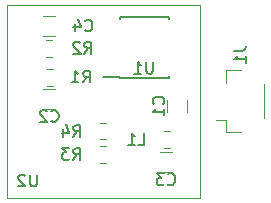
<source format=gbr>
G04 #@! TF.GenerationSoftware,KiCad,Pcbnew,(5.0.0)*
G04 #@! TF.CreationDate,2018-11-17T14:21:24+01:00*
G04 #@! TF.ProjectId,photoDiode_MDversion,70686F746F44696F64655F4D44766572,rev?*
G04 #@! TF.SameCoordinates,Original*
G04 #@! TF.FileFunction,Legend,Bot*
G04 #@! TF.FilePolarity,Positive*
%FSLAX46Y46*%
G04 Gerber Fmt 4.6, Leading zero omitted, Abs format (unit mm)*
G04 Created by KiCad (PCBNEW (5.0.0)) date 11/17/18 14:21:24*
%MOMM*%
%LPD*%
G01*
G04 APERTURE LIST*
%ADD10C,0.120000*%
%ADD11C,0.150000*%
%ADD12C,0.100000*%
G04 APERTURE END LIST*
D10*
G04 #@! TO.C,R3*
X148712576Y-100200223D02*
X149229732Y-100200223D01*
X148712576Y-98780223D02*
X149229732Y-98780223D01*
G04 #@! TO.C,R4*
X149254732Y-98225223D02*
X148737576Y-98225223D01*
X149254732Y-96805223D02*
X148737576Y-96805223D01*
G04 #@! TO.C,C2*
X144925000Y-95650000D02*
X143925000Y-95650000D01*
X143925000Y-93950000D02*
X144925000Y-93950000D01*
G04 #@! TO.C,R1*
X144708578Y-92265000D02*
X144191422Y-92265000D01*
X144708578Y-93685000D02*
X144191422Y-93685000D01*
G04 #@! TO.C,R2*
X144683578Y-89815000D02*
X144166422Y-89815000D01*
X144683578Y-91235000D02*
X144166422Y-91235000D01*
G04 #@! TO.C,C1*
X156075000Y-94900000D02*
X156075000Y-95900000D01*
X154375000Y-95900000D02*
X154375000Y-94900000D01*
G04 #@! TO.C,J1*
X160665000Y-97610000D02*
X159365000Y-97610000D01*
X159365000Y-97610000D02*
X159365000Y-96560000D01*
X159365000Y-96560000D02*
X158525000Y-96560000D01*
X160665000Y-92390000D02*
X159365000Y-92390000D01*
X159365000Y-92390000D02*
X159365000Y-93440000D01*
X162585000Y-96440000D02*
X162585000Y-93560000D01*
G04 #@! TO.C,C3*
X153800000Y-99300000D02*
X154800000Y-99300000D01*
X154800000Y-101000000D02*
X153800000Y-101000000D01*
G04 #@! TO.C,C4*
X144925000Y-89475000D02*
X143925000Y-89475000D01*
X143925000Y-87775000D02*
X144925000Y-87775000D01*
G04 #@! TO.C,L1*
X154658578Y-97515000D02*
X154141422Y-97515000D01*
X154658578Y-98935000D02*
X154141422Y-98935000D01*
D11*
G04 #@! TO.C,U1*
X150375000Y-93025000D02*
X150375000Y-92975000D01*
X154525000Y-93025000D02*
X154525000Y-92880000D01*
X154525000Y-87875000D02*
X154525000Y-88020000D01*
X150375000Y-87875000D02*
X150375000Y-88020000D01*
X150375000Y-93025000D02*
X154525000Y-93025000D01*
X150375000Y-87875000D02*
X154525000Y-87875000D01*
X150375000Y-92975000D02*
X148975000Y-92975000D01*
D12*
G04 #@! TO.C,U2*
X157150000Y-103150000D02*
X157150000Y-86850000D01*
X140850000Y-103150000D02*
X140850000Y-86850000D01*
X157150000Y-86850000D02*
X140850000Y-86850000D01*
X157150000Y-103150000D02*
X140850000Y-103150000D01*
G04 #@! TO.C,R3*
D11*
X146466666Y-99952380D02*
X146800000Y-99476190D01*
X147038095Y-99952380D02*
X147038095Y-98952380D01*
X146657142Y-98952380D01*
X146561904Y-99000000D01*
X146514285Y-99047619D01*
X146466666Y-99142857D01*
X146466666Y-99285714D01*
X146514285Y-99380952D01*
X146561904Y-99428571D01*
X146657142Y-99476190D01*
X147038095Y-99476190D01*
X146133333Y-98952380D02*
X145514285Y-98952380D01*
X145847619Y-99333333D01*
X145704761Y-99333333D01*
X145609523Y-99380952D01*
X145561904Y-99428571D01*
X145514285Y-99523809D01*
X145514285Y-99761904D01*
X145561904Y-99857142D01*
X145609523Y-99904761D01*
X145704761Y-99952380D01*
X145990476Y-99952380D01*
X146085714Y-99904761D01*
X146133333Y-99857142D01*
G04 #@! TO.C,R4*
X146470666Y-98002380D02*
X146804000Y-97526190D01*
X147042095Y-98002380D02*
X147042095Y-97002380D01*
X146661142Y-97002380D01*
X146565904Y-97050000D01*
X146518285Y-97097619D01*
X146470666Y-97192857D01*
X146470666Y-97335714D01*
X146518285Y-97430952D01*
X146565904Y-97478571D01*
X146661142Y-97526190D01*
X147042095Y-97526190D01*
X145613523Y-97335714D02*
X145613523Y-98002380D01*
X145851619Y-96954761D02*
X146089714Y-97669047D01*
X145470666Y-97669047D01*
G04 #@! TO.C,C2*
X144591666Y-96657142D02*
X144639285Y-96704761D01*
X144782142Y-96752380D01*
X144877380Y-96752380D01*
X145020238Y-96704761D01*
X145115476Y-96609523D01*
X145163095Y-96514285D01*
X145210714Y-96323809D01*
X145210714Y-96180952D01*
X145163095Y-95990476D01*
X145115476Y-95895238D01*
X145020238Y-95800000D01*
X144877380Y-95752380D01*
X144782142Y-95752380D01*
X144639285Y-95800000D01*
X144591666Y-95847619D01*
X144210714Y-95847619D02*
X144163095Y-95800000D01*
X144067857Y-95752380D01*
X143829761Y-95752380D01*
X143734523Y-95800000D01*
X143686904Y-95847619D01*
X143639285Y-95942857D01*
X143639285Y-96038095D01*
X143686904Y-96180952D01*
X144258333Y-96752380D01*
X143639285Y-96752380D01*
G04 #@! TO.C,R1*
X147276666Y-93392380D02*
X147610000Y-92916190D01*
X147848095Y-93392380D02*
X147848095Y-92392380D01*
X147467142Y-92392380D01*
X147371904Y-92440000D01*
X147324285Y-92487619D01*
X147276666Y-92582857D01*
X147276666Y-92725714D01*
X147324285Y-92820952D01*
X147371904Y-92868571D01*
X147467142Y-92916190D01*
X147848095Y-92916190D01*
X146324285Y-93392380D02*
X146895714Y-93392380D01*
X146610000Y-93392380D02*
X146610000Y-92392380D01*
X146705238Y-92535238D01*
X146800476Y-92630476D01*
X146895714Y-92678095D01*
G04 #@! TO.C,R2*
X147406666Y-90962380D02*
X147740000Y-90486190D01*
X147978095Y-90962380D02*
X147978095Y-89962380D01*
X147597142Y-89962380D01*
X147501904Y-90010000D01*
X147454285Y-90057619D01*
X147406666Y-90152857D01*
X147406666Y-90295714D01*
X147454285Y-90390952D01*
X147501904Y-90438571D01*
X147597142Y-90486190D01*
X147978095Y-90486190D01*
X147025714Y-90057619D02*
X146978095Y-90010000D01*
X146882857Y-89962380D01*
X146644761Y-89962380D01*
X146549523Y-90010000D01*
X146501904Y-90057619D01*
X146454285Y-90152857D01*
X146454285Y-90248095D01*
X146501904Y-90390952D01*
X147073333Y-90962380D01*
X146454285Y-90962380D01*
G04 #@! TO.C,C1*
X154082142Y-95233333D02*
X154129761Y-95185714D01*
X154177380Y-95042857D01*
X154177380Y-94947619D01*
X154129761Y-94804761D01*
X154034523Y-94709523D01*
X153939285Y-94661904D01*
X153748809Y-94614285D01*
X153605952Y-94614285D01*
X153415476Y-94661904D01*
X153320238Y-94709523D01*
X153225000Y-94804761D01*
X153177380Y-94947619D01*
X153177380Y-95042857D01*
X153225000Y-95185714D01*
X153272619Y-95233333D01*
X154177380Y-96185714D02*
X154177380Y-95614285D01*
X154177380Y-95900000D02*
X153177380Y-95900000D01*
X153320238Y-95804761D01*
X153415476Y-95709523D01*
X153463095Y-95614285D01*
G04 #@! TO.C,J1*
X160052380Y-90716666D02*
X160766666Y-90716666D01*
X160909523Y-90669047D01*
X161004761Y-90573809D01*
X161052380Y-90430952D01*
X161052380Y-90335714D01*
X161052380Y-91716666D02*
X161052380Y-91145238D01*
X161052380Y-91430952D02*
X160052380Y-91430952D01*
X160195238Y-91335714D01*
X160290476Y-91240476D01*
X160338095Y-91145238D01*
G04 #@! TO.C,C3*
X154466666Y-102007142D02*
X154514285Y-102054761D01*
X154657142Y-102102380D01*
X154752380Y-102102380D01*
X154895238Y-102054761D01*
X154990476Y-101959523D01*
X155038095Y-101864285D01*
X155085714Y-101673809D01*
X155085714Y-101530952D01*
X155038095Y-101340476D01*
X154990476Y-101245238D01*
X154895238Y-101150000D01*
X154752380Y-101102380D01*
X154657142Y-101102380D01*
X154514285Y-101150000D01*
X154466666Y-101197619D01*
X154133333Y-101102380D02*
X153514285Y-101102380D01*
X153847619Y-101483333D01*
X153704761Y-101483333D01*
X153609523Y-101530952D01*
X153561904Y-101578571D01*
X153514285Y-101673809D01*
X153514285Y-101911904D01*
X153561904Y-102007142D01*
X153609523Y-102054761D01*
X153704761Y-102102380D01*
X153990476Y-102102380D01*
X154085714Y-102054761D01*
X154133333Y-102007142D01*
G04 #@! TO.C,C4*
X147456666Y-88987142D02*
X147504285Y-89034761D01*
X147647142Y-89082380D01*
X147742380Y-89082380D01*
X147885238Y-89034761D01*
X147980476Y-88939523D01*
X148028095Y-88844285D01*
X148075714Y-88653809D01*
X148075714Y-88510952D01*
X148028095Y-88320476D01*
X147980476Y-88225238D01*
X147885238Y-88130000D01*
X147742380Y-88082380D01*
X147647142Y-88082380D01*
X147504285Y-88130000D01*
X147456666Y-88177619D01*
X146599523Y-88415714D02*
X146599523Y-89082380D01*
X146837619Y-88034761D02*
X147075714Y-88749047D01*
X146456666Y-88749047D01*
G04 #@! TO.C,L1*
X151966666Y-98682380D02*
X152442857Y-98682380D01*
X152442857Y-97682380D01*
X151109523Y-98682380D02*
X151680952Y-98682380D01*
X151395238Y-98682380D02*
X151395238Y-97682380D01*
X151490476Y-97825238D01*
X151585714Y-97920476D01*
X151680952Y-97968095D01*
G04 #@! TO.C,U1*
X153211904Y-91652380D02*
X153211904Y-92461904D01*
X153164285Y-92557142D01*
X153116666Y-92604761D01*
X153021428Y-92652380D01*
X152830952Y-92652380D01*
X152735714Y-92604761D01*
X152688095Y-92557142D01*
X152640476Y-92461904D01*
X152640476Y-91652380D01*
X151640476Y-92652380D02*
X152211904Y-92652380D01*
X151926190Y-92652380D02*
X151926190Y-91652380D01*
X152021428Y-91795238D01*
X152116666Y-91890476D01*
X152211904Y-91938095D01*
G04 #@! TO.C,U2*
X143361904Y-101202380D02*
X143361904Y-102011904D01*
X143314285Y-102107142D01*
X143266666Y-102154761D01*
X143171428Y-102202380D01*
X142980952Y-102202380D01*
X142885714Y-102154761D01*
X142838095Y-102107142D01*
X142790476Y-102011904D01*
X142790476Y-101202380D01*
X142361904Y-101297619D02*
X142314285Y-101250000D01*
X142219047Y-101202380D01*
X141980952Y-101202380D01*
X141885714Y-101250000D01*
X141838095Y-101297619D01*
X141790476Y-101392857D01*
X141790476Y-101488095D01*
X141838095Y-101630952D01*
X142409523Y-102202380D01*
X141790476Y-102202380D01*
G04 #@! TD*
M02*

</source>
